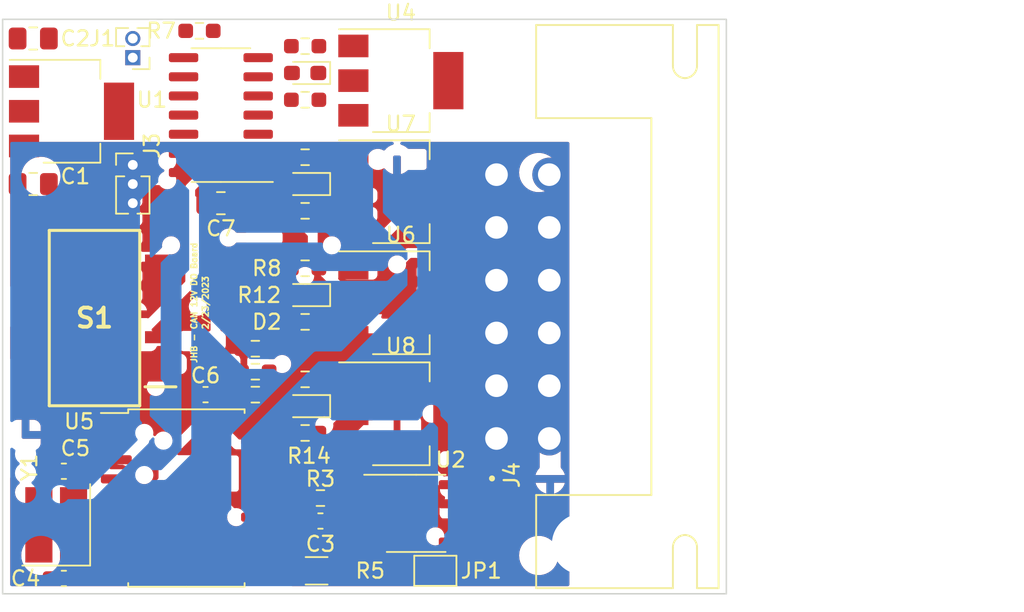
<source format=kicad_pcb>
(kicad_pcb (version 20211014) (generator pcbnew)
  (layers (0 "F.Cu" signal) (31 "B.Cu" signal) (34 "B.Paste" user) (35 "F.Paste" user) (36 "B.SilkS" user "B.Silkscreen") (37 "F.SilkS" user "F.Silkscreen") (38 "B.Mask" user) (39 "F.Mask" user) (44 "Edge.Cuts" user))
  (net 0 "")
  (net 1 "Net-(C4-Pad1)")
  (net 2 "/OUT_1")
  (net 3 "Net-(C5-Pad1)")
  (net 4 "Net-(R6-Pad2)")
  (net 5 "/UART_RX")
  (net 6 "/OUT_2")
  (net 7 "VCC")
  (net 8 "GND")
  (net 9 "+5V")
  (net 10 "/UART_TX")
  (net 12 "Net-(J1-Pad1)")
  (net 13 "Net-(R2-Pad1)")
  (net 14 "Net-(R3-Pad2)")
  (net 16 "/CS")
  (net 17 "/RESET")
  (net 20 "/CAN_H")
  (net 21 "Net-(JP1-Pad1)")
  (net 22 "/UPDI")
  (net 23 "/MOSI")
  (net 24 "/MISO")
  (net 25 "/SCK")
  (net 26 "/OUT_3")
  (net 27 "/INT")
  (net 28 "/CAN_L")
  (net 29 "/OUT_4")
  (net 30 "Net-(U2-Pad1)")
  (net 31 "Net-(U2-Pad4)")
  (net 32 "Net-(D1-Pad1)")
  (net 33 "Net-(D2-Pad1)")
  (net 34 "Net-(D3-Pad1)")
  (net 35 "Net-(D4-Pad1)")
  (net 44 "/DO_1")
  (net 45 "Net-(R8-Pad2)")
  (net 46 "Net-(R9-Pad2)")
  (net 47 "Net-(R10-Pad2)")
  (net 48 "/DO_2")
  (net 49 "/DO_3")
  (net 50 "/DO_4")
  (footprint "Package_TO_SOT_SMD:SOT-223-3_TabPin2" (layer "F.Cu") (at 147.32 88.9)
    (fp_text reference "U1" (at 5.334 -0.762) (layer "F.SilkS"))
    (fp_text value "AZ1117-5.0")
    (fp_line (start 1.91 3.41) (end 1.91 2.15) (layer "F.SilkS") (width 0.12))
    (fp_line (start -4.1 -3.41) (end 1.91 -3.41) (layer "F.SilkS") (width 0.12))
    (fp_line (start -1.85 3.41) (end 1.91 3.41) (layer "F.SilkS") (width 0.12))
    (fp_line (start 1.91 -3.41) (end 1.91 -2.15) (layer "F.SilkS") (width 0.12))
    (pad "1" smd rect (at -3.15 -2.3) (size 2 1.5) (layers "F.Cu" "F.Paste" "F.Mask") (net 8 "GND"))
    (pad "2" smd rect (at -3.15 0) (size 2 1.5) (layers "F.Cu" "F.Paste" "F.Mask") (net 9 "+5V"))
    (pad "2" smd rect (at 3.15 0) (size 2 3.8) (layers "F.Cu" "F.Paste" "F.Mask") (net 9 "+5V"))
    (pad "3" smd rect (at -3.15 2.3) (size 2 1.5) (layers "F.Cu" "F.Paste" "F.Mask") (net 7 "VCC"))
  )
  (footprint "Resistor_SMD:R_0603_1608Metric_Pad0.98x0.95mm_HandSolder" (layer "F.Cu") (at 162.814 91.948)
    (fp_text reference "R9" hide)
    (fp_text value "1K")
    (fp_line (start -0.254724 -0.5225) (end 0.254724 -0.5225) (layer "F.SilkS") (width 0.12))
    (fp_line (start -0.254724 0.5225) (end 0.254724 0.5225) (layer "F.SilkS") (width 0.12))
    (pad "1" smd roundrect (at -0.9125 0) (size 0.975 0.95) (layers "F.Cu" "F.Paste" "F.Mask") (net 26 "/OUT_3"))
    (pad "2" smd roundrect (at 0.9125 0) (size 0.975 0.95) (layers "F.Cu" "F.Paste" "F.Mask") (net 46 "Net-(R9-Pad2)"))
  )
  (footprint "219-4MSTR:SOP254P991X385-8N" (layer "F.Cu") (at 148.844 102.616 180)
    (fp_text reference "S1" (at 0 0) (layer "F.SilkS") (effects (font (size 1.27 1.27) (thickness 0.254))))
    (fp_text value "219-4MSTR" hide)
    (fp_line (start 3 -5.815) (end 3 5.815) (layer "F.SilkS") (width 0.2))
    (fp_line (start -3 -5.815) (end 3 -5.815) (layer "F.SilkS") (width 0.2))
    (fp_line (start -5.4 -4.56) (end -3.35 -4.56) (layer "F.SilkS") (width 0.2))
    (fp_line (start 3 5.815) (end -3 5.815) (layer "F.SilkS") (width 0.2))
    (fp_line (start -3 5.815) (end -3 -5.815) (layer "F.SilkS") (width 0.2))
    (pad "1" smd rect (at -4.375 -3.81 270) (size 0.8 2.05) (layers "F.Cu" "F.Paste" "F.Mask"))
    (pad "2" smd rect (at -4.375 -1.27 270) (size 0.8 2.05) (layers "F.Cu" "F.Paste" "F.Mask"))
    (pad "3" smd rect (at -4.375 1.27 270) (size 0.8 2.05) (layers "F.Cu" "F.Paste" "F.Mask"))
    (pad "4" smd rect (at -4.375 3.81 270) (size 0.8 2.05) (layers "F.Cu" "F.Paste" "F.Mask"))
    (pad "5" smd rect (at 4.375 3.81 270) (size 0.8 2.05) (layers "F.Cu" "F.Paste" "F.Mask"))
    (pad "6" smd rect (at 4.375 1.27 270) (size 0.8 2.05) (layers "F.Cu" "F.Paste" "F.Mask"))
    (pad "7" smd rect (at 4.375 -1.27 270) (size 0.8 2.05) (layers "F.Cu" "F.Paste" "F.Mask"))
    (pad "8" smd rect (at 4.375 -3.81 270) (size 0.8 2.05) (layers "F.Cu" "F.Paste" "F.Mask"))
  )
  (footprint "Crystal:Crystal_SMD_3225-4Pin_3.2x2.5mm_HandSoldering" (layer "F.Cu") (at 146.304 116.332 90)
    (fp_text reference "Y1" (at 3.81 -1.778 90) (layer "F.SilkS"))
    (fp_text value "8MHz")
    (fp_line (start -2.7 2.25) (end 2.7 2.25) (layer "F.SilkS") (width 0.12))
    (fp_line (start -2.7 -2.25) (end -2.7 2.25) (layer "F.SilkS") (width 0.12))
    (pad "1" smd rect (at -1.45 1.15 90) (size 2.1 1.8) (layers "F.Cu" "F.Paste" "F.Mask") (net 1 "Net-(C4-Pad1)"))
    (pad "2" smd rect (at 1.45 1.15 90) (size 2.1 1.8) (layers "F.Cu" "F.Paste" "F.Mask") (net 8 "GND"))
    (pad "3" smd rect (at 1.45 -1.15 90) (size 2.1 1.8) (layers "F.Cu" "F.Paste" "F.Mask") (net 3 "Net-(C5-Pad1)"))
    (pad "4" smd rect (at -1.45 -1.15 90) (size 2.1 1.8) (layers "F.Cu" "F.Paste" "F.Mask") (net 8 "GND"))
  )
  (footprint "Capacitor_SMD:C_0805_2012Metric_Pad1.18x1.45mm_HandSolder" (layer "F.Cu") (at 157.226 94.996 180)
    (fp_text reference "C7" (at 0 -1.68) (layer "F.SilkS"))
    (fp_text value "10uF")
    (fp_line (start -0.261252 -0.735) (end 0.261252 -0.735) (layer "F.SilkS") (width 0.12))
    (fp_line (start -0.261252 0.735) (end 0.261252 0.735) (layer "F.SilkS") (width 0.12))
    (pad "1" smd roundrect (at -1.0375 0 180) (size 1.175 1.45) (layers "F.Cu" "F.Paste" "F.Mask") (roundrect_rratio 0.2127659574) (net 9 "+5V"))
    (pad "2" smd roundrect (at 1.0375 0 180) (size 1.175 1.45) (layers "F.Cu" "F.Paste" "F.Mask") (roundrect_rratio 0.2127659574) (net 8 "GND"))
  )
  (footprint "Connector_PinHeader_1.27mm:PinHeader_1x02_P1.27mm_Vertical" (layer "F.Cu") (at 151.384 85.344 180)
    (fp_text reference "J1" (at 2.032 1.27) (layer "F.SilkS"))
    (fp_text value "UPDI Header")
    (fp_line (start -1.11 -0.76) (end 0 -0.76) (layer "F.SilkS") (width 0.12))
    (fp_line (start -1.11 0.76) (end -0.563471 0.76) (layer "F.SilkS") (width 0.12))
    (fp_line (start 0.30753 1.965) (end 1.11 1.965) (layer "F.SilkS") (width 0.12))
    (fp_line (start -1.11 0.76) (end -1.11 1.965) (layer "F.SilkS") (width 0.12))
    (fp_line (start -1.11 0) (end -1.11 -0.76) (layer "F.SilkS") (width 0.12))
    (fp_line (start 0.563471 0.76) (end 1.11 0.76) (layer "F.SilkS") (width 0.12))
    (fp_line (start -1.11 1.965) (end -0.30753 1.965) (layer "F.SilkS") (width 0.12))
    (fp_line (start 1.11 0.76) (end 1.11 1.965) (layer "F.SilkS") (width 0.12))
    (pad "1" thru_hole rect (at 0 0 180) (size 1 1) (drill 0.65) (layers *.Cu *.Mask) (net 12 "Net-(J1-Pad1)"))
    (pad "2" thru_hole oval (at 0 1.27 180) (size 1 1) (drill 0.65) (layers *.Cu *.Mask) (net 8 "GND"))
  )
  (footprint "Resistor_SMD:R_0603_1608Metric_Pad0.98x0.95mm_HandSolder" (layer "F.Cu") (at 162.814 84.582)
    (fp_text reference "R6" hide)
    (fp_text value "1K")
    (fp_line (start -0.254724 -0.5225) (end 0.254724 -0.5225) (layer "F.SilkS") (width 0.12))
    (fp_line (start -0.254724 0.5225) (end 0.254724 0.5225) (layer "F.SilkS") (width 0.12))
    (pad "1" smd roundrect (at -0.9125 0) (size 0.975 0.95) (layers "F.Cu" "F.Paste" "F.Mask") (net 2 "/OUT_1"))
    (pad "2" smd roundrect (at 0.9125 0) (size 0.975 0.95) (layers "F.Cu" "F.Paste" "F.Mask") (net 4 "Net-(R6-Pad2)"))
  )
  (footprint "Package_TO_SOT_SMD:SOT-223" (layer "F.Cu") (at 169.164 101.6)
    (fp_text reference "U6" (at 0 -4.5) (layer "F.SilkS"))
    (fp_text value "VNL5050N3TR-E")
    (fp_line (start 1.91 3.41) (end 1.91 2.15) (layer "F.SilkS") (width 0.12))
    (fp_line (start -1.85 3.41) (end 1.91 3.41) (layer "F.SilkS") (width 0.12))
    (fp_line (start -4.1 -3.41) (end 1.91 -3.41) (layer "F.SilkS") (width 0.12))
    (fp_line (start 1.91 -3.41) (end 1.91 -2.15) (layer "F.SilkS") (width 0.12))
    (pad "1" smd rect (at -3.15 -2.3) (size 2 1.5) (layers "F.Cu" "F.Paste" "F.Mask") (net 45 "Net-(R8-Pad2)"))
    (pad "2" smd rect (at -3.15 0) (size 2 1.5) (layers "F.Cu" "F.Paste" "F.Mask") (net 48 "/DO_2"))
    (pad "3" smd rect (at -3.15 2.3) (size 2 1.5) (layers "F.Cu" "F.Paste" "F.Mask") (net 8 "GND"))
    (pad "4" smd rect (at 3.15 0) (size 2 3.8) (layers "F.Cu" "F.Paste" "F.Mask") (net 48 "/DO_2"))
  )
  (footprint "LED_SMD:LED_0603_1608Metric_Pad1.05x0.95mm_HandSolder" (layer "F.Cu") (at 162.814 93.726 180)
    (fp_text reference "D3" hide)
    (fp_text value "LED")
    (fp_line (start -1.66 -0.735) (end -1.66 0.735) (layer "F.SilkS") (width 0.12))
    (fp_line (start -1.66 0.735) (end 0.8 0.735) (layer "F.SilkS") (width 0.12))
    (fp_line (start 0.8 -0.735) (end -1.66 -0.735) (layer "F.SilkS") (width 0.12))
    (pad "1" smd roundrect (at -0.875 0 180) (size 1.05 0.95) (layers "F.Cu" "F.Paste" "F.Mask") (net 34 "Net-(D3-Pad1)"))
    (pad "2" smd roundrect (at 0.875 0 180) (size 1.05 0.95) (layers "F.Cu" "F.Paste" "F.Mask") (net 26 "/OUT_3"))
  )
  (footprint "Resistor_SMD:R_0603_1608Metric_Pad0.98x0.95mm_HandSolder" (layer "F.Cu") (at 162.814 88.138)
    (fp_text reference "R11" hide)
    (fp_text value "150")
    (fp_line (start -0.254724 -0.5225) (end 0.254724 -0.5225) (layer "F.SilkS") (width 0.12))
    (fp_line (start -0.254724 0.5225) (end 0.254724 0.5225) (layer "F.SilkS") (width 0.12))
    (pad "1" smd roundrect (at -0.9125 0) (size 0.975 0.95) (layers "F.Cu" "F.Paste" "F.Mask") (net 8 "GND"))
    (pad "2" smd roundrect (at 0.9125 0) (size 0.975 0.95) (layers "F.Cu" "F.Paste" "F.Mask") (net 32 "Net-(D1-Pad1)"))
  )
  (footprint "LED_SMD:LED_0603_1608Metric_Pad1.05x0.95mm_HandSolder" (layer "F.Cu") (at 162.814 86.36 180)
    (fp_text reference "D1" hide)
    (fp_text value "LED")
    (fp_line (start -1.66 -0.735) (end -1.66 0.735) (layer "F.SilkS") (width 0.12))
    (fp_line (start 0.8 -0.735) (end -1.66 -0.735) (layer "F.SilkS") (width 0.12))
    (fp_line (start -1.66 0.735) (end 0.8 0.735) (layer "F.SilkS") (width 0.12))
    (pad "1" smd roundrect (at -0.875 0 180) (size 1.05 0.95) (layers "F.Cu" "F.Paste" "F.Mask") (net 32 "Net-(D1-Pad1)"))
    (pad "2" smd roundrect (at 0.875 0 180) (size 1.05 0.95) (layers "F.Cu" "F.Paste" "F.Mask") (net 2 "/OUT_1"))
  )
  (footprint "0367831201:MOLEX_0367831201" (layer "F.Cu") (at 181.208 101.854 90)
    (fp_text reference "J4" (at -11.176 -4.678 90) (layer "F.SilkS"))
    (fp_text value "0367831201")
    (fp_line (start 12.5 4.57) (end 12.5 -3.07) (layer "F.SilkS") (width 0.127))
    (fp_line (start 18.675 -3.07) (end 18.675 6) (layer "F.SilkS") (width 0.127))
    (fp_line (start 18.675 9.03) (end 15.65 9.03) (layer "F.SilkS") (width 0.127))
    (fp_line (start -18.675 9.03) (end -18.675 7.6) (layer "F.SilkS") (width 0.127))
    (fp_line (start 12.5 -3.07) (end 18.675 -3.07) (layer "F.SilkS") (width 0.127))
    (fp_line (start 18.675 6) (end 16 6) (layer "F.SilkS") (width 0.127))
    (fp_line (start -12.5 4.57) (end 12.5 4.57) (layer "F.SilkS") (width 0.127))
    (fp_line (start -15.65 9.03) (end -18.675 9.03) (layer "F.SilkS") (width 0.127))
    (fp_line (start -12.5 -3.07) (end -12.5 4.57) (layer "F.SilkS") (width 0.127))
    (fp_line (start -18.675 -3.07) (end -12.5 -3.07) (layer "F.SilkS") (width 0.127))
    (fp_line (start -16 6) (end -18.675 6) (layer "F.SilkS") (width 0.127))
    (fp_line (start -18.675 6) (end -18.675 -3.07) (layer "F.SilkS") (width 0.127))
    (fp_line (start 16 7.6) (end 18.675 7.6) (layer "F.SilkS") (width 0.127))
    (fp_line (start -18.675 7.6) (end -16 7.6) (layer "F.SilkS") (width 0.127))
    (fp_line (start 15.65 9.03) (end -15.65 9.03) (layer "F.SilkS") (width 0.127))
    (fp_line (start 18.675 7.6) (end 18.675 9.03) (layer "F.SilkS") (width 0.127))
    (fp_arc (start 15.15 6.8) (mid 15.409315 6.223959) (end 16 6) (layer "F.SilkS") (width 0.127))
    (fp_arc (start -15.15 6.8) (mid -15.409315 7.376041) (end -16 7.6) (layer "F.SilkS") (width 0.127))
    (fp_arc (start -16 6) (mid -15.409315 6.223959) (end -15.15 6.8) (layer "F.SilkS") (width 0.127))
    (fp_arc (start 16 7.6) (mid 15.409315 7.376041) (end 15.15 6.8) (layer "F.SilkS") (width 0.127))
    (fp_circle (center -11.4 -6) (end -11.3 -6) (layer "F.SilkS") (width 0.2) (fill none))
    (pad "" np_thru_hole circle (at 15.75 0 90) (size 4.05 4.05) (drill 4.05) (layers *.Cu *.Mask))
    (pad "" np_thru_hole circle (at -15.75 0 90) (size 4.05 4.05) (drill 4.05) (layers *.Cu *.Mask))
    (pad "1" thru_hole rect (at -8.75 -5.7 90) (size 2.25 2.25) (drill 1.5) (layers *.Cu *.Mask) (net 7 "VCC"))
    (pad "2" thru_hole circle (at -5.25 -5.7 90) (size 2.25 2.25) (drill 1.5) (layers *.Cu *.Mask) (net 7 "VCC"))
    (pad "3" thru_hole circle (at -1.75 -5.7 90) (size 2.25 2.25) (drill 1.5) (layers *.Cu *.Mask) (net 7 "VCC"))
    (pad "4" thru_hole circle (at 1.75 -5.7 90) (size 2.25 2.25) (drill 1.5) (layers *.Cu *.Mask) (net 8 "GND"))
    (pad "5" thru_hole circle (at 5.25 -5.7 90) (size 2.25 2.25) (drill 1.5) (layers *.Cu *.Mask) (net 8 "GND"))
    (pad "6" thru_hole circle (at 8.75 -5.7 90) (size 2.25 2.25) (drill 1.5) (layers *.Cu *.Mask) (net 8 "GND"))
    (pad "7" thru_hole circle (at -8.75 -2.2 90) (size 2.25 2.25) (drill 1.5) (layers *.Cu *.Mask) (net 44 "/DO_1"))
    (pad "8" thru_hole circle (at -5.25 -2.2 90) (size 2.25 2.25) (drill 1.5) (layers *.Cu *.Mask) (net 48 "/DO_2"))
    (pad "9" thru_hole circle (at -1.75 -2.2 90) (size 2.25 2.25) (drill 1.5) (layers *.Cu *.Mask) (net 49 "/DO_3"))
    (pad "10" thru_hole circle (at 1.75 -2.2 90) (size 2.25 2.25) (drill 1.5) (layers *.Cu *.Mask) (net 50 "/DO_4"))
    (pad "11" thru_hole circle (at 5.25 -2.2 90) (size 2.25 2.25) (drill 1.5) (layers *.Cu *.Mask) (net 20 "/CAN_H"))
    (pad "12" thru_hole circle (at 8.75 -2.2 90) (size 2.25 2.25) (drill 1.5) (layers *.Cu *.Mask) (net 28 "/CAN_L"))
  )
  (footprint "Package_TO_SOT_SMD:SOT-223" (layer "F.Cu") (at 169.164 86.868)
    (fp_text reference "U4" (at 0 -4.5) (layer "F.SilkS"))
    (fp_text value "VNL5050N3TR-E")
    (fp_line (start 1.91 3.41) (end 1.91 2.15) (layer "F.SilkS") (width 0.12))
    (fp_line (start -1.85 3.41) (end 1.91 3.41) (layer "F.SilkS") (width 0.12))
    (fp_line (start -4.1 -3.41) (end 1.91 -3.41) (layer "F.SilkS") (width 0.12))
    (fp_line (start 1.91 -3.41) (end 1.91 -2.15) (layer "F.SilkS") (width 0.12))
    (pad "1" smd rect (at -3.15 -2.3) (size 2 1.5) (layers "F.Cu" "F.Paste" "F.Mask") (net 4 "Net-(R6-Pad2)"))
    (pad "2" smd rect (at -3.15 0) (size 2 1.5) (layers "F.Cu" "F.Paste" "F.Mask") (net 44 "/DO_1"))
    (pad "3" smd rect (at -3.15 2.3) (size 2 1.5) (layers "F.Cu" "F.Paste" "F.Mask") (net 8 "GND"))
    (pad "4" smd rect (at 3.15 0) (size 2 3.8) (layers "F.Cu" "F.Paste" "F.Mask") (net 44 "/DO_1"))
  )
  (footprint "Resistor_SMD:R_0603_1608Metric_Pad0.98x0.95mm_HandSolder" (layer "F.Cu") (at 155.8055 83.566)
    (fp_text reference "R7" (at -2.54 0) (layer "F.SilkS"))
    (fp_text value "4.7K")
    (fp_line (start -0.254724 -0.5225) (end 0.254724 -0.5225) (layer "F.SilkS") (width 0.12))
    (fp_line (start -0.254724 0.5225) (end 0.254724 0.5225) (layer "F.SilkS") (width 0.12))
    (pad "1" smd roundrect (at -0.9125 0) (size 0.975 0.95) (layers "F.Cu" "F.Paste" "F.Mask") (net 12 "Net-(J1-Pad1)"))
    (pad "2" smd roundrect (at 0.9125 0) (size 0.975 0.95) (layers "F.Cu" "F.Paste" "F.Mask") (net 22 "/UPDI"))
  )
  (footprint "Resistor_SMD:R_0603_1608Metric_Pad0.98x0.95mm_HandSolder" (layer "F.Cu") (at 162.814 99.314)
    (fp_text reference "R8" (at -2.54 0) (layer "F.SilkS"))
    (fp_text value "1K")
    (fp_line (start -0.254724 -0.5225) (end 0.254724 -0.5225) (layer "F.SilkS") (width 0.12))
    (fp_line (start -0.254724 0.5225) (end 0.254724 0.5225) (layer "F.SilkS") (width 0.12))
    (pad "1" smd roundrect (at -0.9125 0) (size 0.975 0.95) (layers "F.Cu" "F.Paste" "F.Mask") (net 6 "/OUT_2"))
    (pad "2" smd roundrect (at 0.9125 0) (size 0.975 0.95) (layers "F.Cu" "F.Paste" "F.Mask") (net 45 "Net-(R8-Pad2)"))
  )
  (footprint "Resistor_SMD:R_0603_1608Metric_Pad0.98x0.95mm_HandSolder" (layer "F.Cu") (at 159.512 104.648)
    (fp_text reference "R2" hide)
    (fp_text value "100K")
    (fp_line (start -0.254724 -0.5225) (end 0.254724 -0.5225) (layer "F.SilkS") (width 0.12))
    (fp_line (start -0.254724 0.5225) (end 0.254724 0.5225) (layer "F.SilkS") (width 0.12))
    (pad "1" smd roundrect (at -0.9125 0) (size 0.975 0.95) (layers "F.Cu" "F.Paste" "F.Mask") (net 13 "Net-(R2-Pad1)"))
    (pad "2" smd roundrect (at 0.9125 0) (size 0.975 0.95) (layers "F.Cu" "F.Paste" "F.Mask") (net 9 "+5V"))
  )
  (footprint "Package_SO:SOIC-18W_7.5x11.6mm_P1.27mm" (layer "F.Cu") (at 154.94 114.554)
    (fp_text reference "U5" (at -7.112 -5.08) (layer "F.SilkS"))
    (fp_text value "MCP2515-xSO")
    (fp_line (start 0 5.885) (end -3.86 5.885) (layer "F.SilkS") (width 0.12))
    (fp_line (start 0 5.885) (end 3.86 5.885) (layer "F.SilkS") (width 0.12))
    (fp_line (start -3.86 -5.885) (end -3.86 -5.64) (layer "F.SilkS") (width 0.12))
    (fp_line (start -3.86 -5.64) (end -5.675 -5.64) (layer "F.SilkS") (width 0.12))
    (fp_line (start 0 -5.885) (end 3.86 -5.885) (layer "F.SilkS") (width 0.12))
    (fp_line (start -3.86 5.885) (end -3.86 5.64) (layer "F.SilkS") (width 0.12))
    (fp_line (start 3.86 -5.885) (end 3.86 -5.64) (layer "F.SilkS") (width 0.12))
    (fp_line (start 3.86 5.885) (end 3.86 5.64) (layer "F.SilkS") (width 0.12))
    (fp_line (start 0 -5.885) (end -3.86 -5.885) (layer "F.SilkS") (width 0.12))
    (pad "1" smd roundrect (at -4.65 -5.08) (size 2.05 0.6) (layers "F.Cu" "F.Paste" "F.Mask") (net 30 "Net-(U2-Pad1)"))
    (pad "2" smd roundrect (at -4.65 -3.81) (size 2.05 0.6) (layers "F.Cu" "F.Paste" "F.Mask") (net 31 "Net-(U2-Pad4)"))
    (pad "3" smd roundrect (at -4.65 -2.54) (size 2.05 0.6) (layers "F.Cu" "F.Paste" "F.Mask"))
    (pad "4" smd roundrect (at -4.65 -1.27) (size 2.05 0.6) (layers "F.Cu" "F.Paste" "F.Mask") (net 13 "Net-(R2-Pad1)"))
    (pad "5" smd roundrect (at -4.65 0) (size 2.05 0.6) (layers "F.Cu" "F.Paste" "F.Mask") (net 13 "Net-(R2-Pad1)"))
    (pad "6" smd roundrect (at -4.65 1.27) (size 2.05 0.6) (layers "F.Cu" "F.Paste" "F.Mask") (net 13 "Net-(R2-Pad1)"))
    (pad "7" smd roundrect (at -4.65 2.54) (size 2.05 0.6) (layers "F.Cu" "F.Paste" "F.Mask") (net 3 "Net-(C5-Pad1)"))
    (pad "8" smd roundrect (at -4.65 3.81) (size 2.05 0.6) (layers "F.Cu" "F.Paste" "F.Mask") (net 1 "Net-(C4-Pad1)"))
    (pad "9" smd roundrect (at -4.65 5.08) (size 2.05 0.6) (layers "F.Cu" "F.Paste" "F.Mask") (net 8 "GND"))
    (pad "10" smd roundrect (at 4.65 5.08) (size 2.05 0.6) (layers "F.Cu" "F.Paste" "F.Mask"))
    (pad "11" smd roundrect (at 4.65 3.81) (size 2.05 0.6) (layers "F.Cu" "F.Paste" "F.Mask"))
    (pad "12" smd roundrect (at 4.65 2.54) (size 2.05 0.6) (layers "F.Cu" "F.Paste" "F.Mask") (net 27 "/INT"))
    (pad "13" smd roundrect (at 4.65 1.27) (size 2.05 0.6) (layers "F.Cu" "F.Paste" "F.Mask") (net 25 "/SCK"))
    (pad "14" smd roundrect (at 4.65 0) (size 2.05 0.6) (layers "F.Cu" "F.Paste" "F.Mask") (net 23 "/MOSI"))
    (pad "15" smd roundrect (at 4.65 -1.27) (size 2.05 0.6) (layers "F.Cu" "F.Paste" "F.Mask") (net 24 "/MISO"))
    (pad "16" smd roundrect (at 4.65 -2.54) (size 2.05 0.6) (layers "F.Cu" "F.Paste" "F.Mask") (net 16 "/CS"))
    (pad "17" smd roundrect (at 4.65 -3.81) (size 2.05 0.6) (layers "F.Cu" "F.Paste" "F.Mask") (net 17 "/RESET"))
    (pad "18" smd roundrect (at 4.65 -5.08) (size 2.05 0.6) (layers "F.Cu" "F.Paste" "F.Mask") (net 9 "+5V"))
  )
  (footprint "Resistor_SMD:R_0603_1608Metric_Pad0.98x0.95mm_HandSolder" (layer "F.Cu") (at 162.814 110.236)
    (fp_text reference "R14" (at 0.254 1.524) (layer "F.SilkS"))
    (fp_text value "150")
    (fp_line (start -0.254724 -0.5225) (end 0.254724 -0.5225) (layer "F.SilkS") (width 0.12))
    (fp_line (start -0.254724 0.5225) (end 0.254724 0.5225) (layer "F.SilkS") (width 0.12))
    (pad "1" smd roundrect (at -0.9125 0) (size 0.975 0.95) (layers "F.Cu" "F.Paste" "F.Mask") (net 8 "GND"))
    (pad "2" smd roundrect (at 0.9125 0) (size 0.975 0.95) (layers "F.Cu" "F.Paste" "F.Mask") (net 35 "Net-(D4-Pad1)"))
  )
  (footprint "Package_SO:SOIC-14_3.9x8.7mm_P1.27mm" (layer "F.Cu") (at 157.226 89.154 180)
    (fp_text reference "U3" hide)
    (fp_text value "ATtiny414-SS")
    (fp_line (start 0 4.435) (end 1.95 4.435) (layer "F.SilkS") (width 0.12))
    (fp_line (start 0 4.435) (end -1.95 4.435) (layer "F.SilkS") (width 0.12))
    (fp_line (start 0 -4.435) (end 1.95 -4.435) (layer "F.SilkS") (width 0.12))
    (fp_line (start 0 -4.435) (end -3.45 -4.435) (layer "F.SilkS") (width 0.12))
    (pad "1" smd roundrect (at -2.475 -3.81 180) (size 1.95 0.6) (layers "F.Cu" "F.Paste" "F.Mask") (net 9 "+5V"))
    (pad "2" smd roundrect (at -2.475 -2.54 180) (size 1.95 0.6) (layers "F.Cu" "F.Paste" "F.Mask") (net 6 "/OUT_2"))
    (pad "3" smd roundrect (at -2.475 -1.27 180) (size 1.95 0.6) (layers "F.Cu" "F.Paste" "F.Mask") (net 26 "/OUT_3"))
    (pad "4" smd roundrect (at -2.475 0 180) (size 1.95 0.6) (layers "F.Cu" "F.Paste" "F.Mask") (net 27 "/INT"))
    (pad "5" smd roundrect (at -2.475 1.27 180) (size 1.95 0.6) (layers "F.Cu" "F.Paste" "F.Mask") (net 29 "/OUT_4"))
    (pad "6" smd roundrect (at -2.475 2.54 180) (size 1.95 0.6) (layers "F.Cu" "F.Paste" "F.Mask") (net 5 "/UART_RX"))
    (pad "7" smd roundrect (at -2.475 3.81 180) (size 1.95 0.6) (layers "F.Cu" "F.Paste" "F.Mask") (net 10 "/UART_TX"))
    (pad "8" smd roundrect (at 2.475 3.81 180) (size 1.95 0.6) (layers "F.Cu" "F.Paste" "F.Mask") (net 2 "/OUT_1"))
    (pad "9" smd roundrect (at 2.475 2.54 180) (size 1.95 0.6) (layers "F.Cu" "F.Paste" "F.Mask") (net 16 "/CS"))
    (pad "10" smd roundrect (at 2.475 1.27 180) (size 1.95 0.6) (layers "F.Cu" "F.Paste" "F.Mask") (net 22 "/UPDI"))
    (pad "11" smd roundrect (at 2.475 0 180) (size 1.95 0.6) (layers "F.Cu" "F.Paste" "F.Mask") (net 23 "/MOSI"))
    (pad "12" smd roundrect (at 2.475 -1.27 180) (size 1.95 0.6) (layers "F.Cu" "F.Paste" "F.Mask") (net 24 "/MISO"))
    (pad "13" smd roundrect (at 2.475 -2.54 180) (size 1.95 0.6) (layers "F.Cu" "F.Paste" "F.Mask") (net 25 "/SCK"))
    (pad "14" smd roundrect (at 2.475 -3.81 180) (size 1.95 0.6) (layers "F.Cu" "F.Paste" "F.Mask") (net 8 "GND"))
  )
  (footprint "Resistor_SMD:R_0603_1608Metric_Pad0.98x0.95mm_HandSolder" (layer "F.Cu") (at 159.512 106.172 180)
    (fp_text reference "R1" hide)
    (fp_text value "100K")
    (fp_line (start -0.254724 0.5225) (end 0.254724 0.5225) (layer "F.SilkS") (width 0.12))
    (fp_line (start -0.254724 -0.5225) (end 0.254724 -0.5225) (layer "F.SilkS") (width 0.12))
    (pad "1" smd roundrect (at -0.9125 0 180) (size 0.975 0.95) (layers "F.Cu" "F.Paste" "F.Mask") (net 16 "/CS"))
    (pad "2" smd roundrect (at 0.9125 0 180) (size 0.975 0.95) (layers "F.Cu" "F.Paste" "F.Mask") (net 9 "+5V"))
  )
  (footprint "Capacitor_SMD:C_0603_1608Metric_Pad1.08x0.95mm_HandSolder" (layer "F.Cu") (at 146.812 119.888 180)
    (fp_text reference "C4" (at 2.54 0) (layer "F.SilkS"))
    (fp_text value "22pF")
    (fp_line (start -0.146267 0.51) (end 0.146267 0.51) (layer "F.SilkS") (width 0.12))
    (fp_line (start -0.146267 -0.51) (end 0.146267 -0.51) (layer "F.SilkS") (width 0.12))
    (pad "1" smd roundrect (at -0.8625 0 180) (size 1.075 0.95) (layers "F.Cu" "F.Paste" "F.Mask") (net 1 "Net-(C4-Pad1)"))
    (pad "2" smd roundrect (at 0.8625 0 180) (size 1.075 0.95) (layers "F.Cu" "F.Paste" "F.Mask") (net 8 "GND"))
  )
  (footprint "Package_TO_SOT_SMD:SOT-223" (layer "F.Cu") (at 169.164 108.966)
    (fp_text reference "U8" (at 0 -4.5) (layer "F.SilkS"))
    (fp_text value "VNL5050N3TR-E")
    (fp_line (start 1.91 3.41) (end 1.91 2.15) (layer "F.SilkS") (width 0.12))
    (fp_line (start 1.91 -3.41) (end 1.91 -2.15) (layer "F.SilkS") (width 0.12))
    (fp_line (start -1.85 3.41) (end 1.91 3.41) (layer "F.SilkS") (width 0.12))
    (fp_line (start -4.1 -3.41) (end 1.91 -3.41) (layer "F.SilkS") (width 0.12))
    (pad "1" smd rect (at -3.15 -2.3) (size 2 1.5) (layers "F.Cu" "F.Paste" "F.Mask") (net 47 "Net-(R10-Pad2)"))
    (pad "2" smd rect (at -3.15 0) (size 2 1.5) (layers "F.Cu" "F.Paste" "F.Mask") (net 50 "/DO_4"))
    (pad "3" smd rect (at -3.15 2.3) (size 2 1.5) (layers "F.Cu" "F.Paste" "F.Mask") (net 8 "GND"))
    (pad "4" smd rect (at 3.15 0) (size 2 3.8) (layers "F.Cu" "F.Paste" "F.Mask") (net 50 "/DO_4"))
  )
  (footprint "Resistor_SMD:R_0603_1608Metric_Pad0.98x0.95mm_HandSolder" (layer "F.Cu") (at 163.83 114.554)
    (fp_text reference "R3" (at 0 -1.27) (layer "F.SilkS"))
    (fp_text value "4.7K")
    (fp_line (start -0.254724 0.5225) (end 0.254724 0.5225) (layer "F.SilkS") (width 0.12))
    (fp_line (start -0.254724 -0.5225) (end 0.254724 -0.5225) (layer "F.SilkS") (width 0.12))
    (pad "1" smd roundrect (at -0.9125 0) (size 0.975 0.95) (layers "F.Cu" "F.Paste" "F.Mask") (net 8 "GND"))
    (pad "2" smd roundrect (at 0.9125 0) (size 0.975 0.95) (layers "F.Cu" "F.Paste" "F.Mask") (net 14 "Net-(R3-Pad2)"))
  )
  (footprint "Connector_PinHeader_1.27mm:PinHeader_1x03_P1.27mm_Vertical" (layer "F.Cu") (at 151.384 92.456)
    (fp_text reference "J3" (at 1.27 -1.27 90) (layer "F.SilkS"))
    (fp_text value "UART Header")
    (fp_line (start -1.11 0.76) (end -0.563471 0.76) (layer "F.SilkS") (width 0.12))
    (fp_line (start 1.11 0.76) (end 1.11 3.235) (layer "F.SilkS") (width 0.12))
    (fp_line (start 0.30753 3.235) (end 1.11 3.235) (layer "F.SilkS") (width 0.12))
    (fp_line (start 0.563471 0.76) (end 1.11 0.76) (layer "F.SilkS") (width 0.12))
    (fp_line (start -1.11 0.76) (end -1.11 3.235) (layer "F.SilkS") (width 0.12))
    (fp_line (start -1.11 -0.76) (end 0 -0.76) (layer "F.SilkS") (width 0.12))
    (fp_line (start -1.11 0) (end -1.11 -0.76) (layer "F.SilkS") (width 0.12))
    (fp_line (start -1.11 3.235) (end -0.30753 3.235) (layer "F.SilkS") (width 0.12))
    (pad "1" thru_hole rect (at 0 0) (size 1 1) (drill 0.65) (layers *.Cu *.Mask) (net 8 "GND"))
    (pad "2" thru_hole oval (at 0 1.27) (size 1 1) (drill 0.65) (layers *.Cu *.Mask) (net 5 "/UART_RX"))
    (pad "3" thru_hole oval (at 0 2.54) (size 1 1) (drill 0.65) (layers *.Cu *.Mask) (net 10 "/UART_TX"))
  )
  (footprint "Capacitor_SMD:C_0603_1608Metric_Pad1.08x0.95mm_HandSolder" (layer "F.Cu") (at 156.21 107.696 180)
    (fp_text reference "C6" (at 0 1.27) (layer "F.SilkS"))
    (fp_text value "100nF")
    (fp_line (start -0.146267 0.51) (end 0.146267 0.51) (layer "F.SilkS") (width 0.12))
    (fp_line (start -0.146267 -0.51) (end 0.146267 -0.51) (layer "F.SilkS") (width 0.12))
    (pad "1" smd roundrect (at -0.8625 0 180) (size 1.075 0.95) (layers "F.Cu" "F.Paste" "F.Mask") (net 9 "+5V"))
    (pad "2" smd roundrect (at 0.8625 0 180) (size 1.075 0.95) (layers "F.Cu" "F.Paste" "F.Mask") (net 8 "GND"))
  )
  (footprint "LED_SMD:LED_0603_1608Metric_Pad1.05x0.95mm_HandSolder" (layer "F.Cu") (at 162.814 108.458 180)
    (fp_text reference "D4" hide)
    (fp_text value "LED")
    (fp_line (start -1.66 -0.735) (end -1.66 0.735) (layer "F.SilkS") (width 0.12))
    (fp_line (start 0.8 -0.735) (end -1.66 -0.735) (layer "F.SilkS") (width 0.12))
    (fp_line (start -1.66 0.735) (end 0.8 0.735) (layer "F.SilkS") (width 0.12))
    (pad "1" smd roundrect (at -0.875 0 180) (size 1.05 0.95) (layers "F.Cu" "F.Paste" "F.Mask") (net 35 "Net-(D4-Pad1)"))
    (pad "2" smd roundrect (at 0.875 0 180) (size 1.05 0.95) (layers "F.Cu" "F.Paste" "F.Mask") (net 29 "/OUT_4"))
  )
  (footprint "Resistor_SMD:R_0603_1608Metric_Pad0.98x0.95mm_HandSolder" (layer "F.Cu") (at 159.512 107.696 180)
    (fp_text reference "R4" hide)
    (fp_text value "100K")
    (fp_line (start -0.254724 0.5225) (end 0.254724 0.5225) (layer "F.SilkS") (width 0.12))
    (fp_line (start -0.254724 -0.5225) (end 0.254724 -0.5225) (layer "F.SilkS") (width 0.12))
    (pad "1" smd roundrect (at -0.9125 0 180) (size 0.975 0.95) (layers "F.Cu" "F.Paste" "F.Mask") (net 17 "/RESET"))
    (pad "2" smd roundrect (at 0.9125 0 180) (size 0.975 0.95) (layers "F.Cu" "F.Paste" "F.Mask") (net 9 "+5V"))
  )
  (footprint "Capacitor_SMD:C_0603_1608Metric_Pad1.08x0.95mm_HandSolder" (layer "F.Cu") (at 146.812 112.776)
    (fp_text reference "C5" (at 0.762 -1.524) (layer "F.SilkS"))
    (fp_text value "22pF")
    (fp_line (start -0.146267 0.51) (end 0.146267 0.51) (layer "F.SilkS") (width 0.12))
    (fp_line (start -0.146267 -0.51) (end 0.146267 -0.51) (layer "F.SilkS") (width 0.12))
    (pad "1" smd roundrect (at -0.8625 0) (size 1.075 0.95) (layers "F.Cu" "F.Paste" "F.Mask") (net 3 "Net-(C5-Pad1)"))
    (pad "2" smd roundrect (at 0.8625 0) (size 1.075 0.95) (layers "F.Cu" "F.Paste" "F.Mask") (net 8 "GND"))
  )
  (footprint "Capacitor_SMD:C_0805_2012Metric_Pad1.18x1.45mm_HandSolder" (layer "F.Cu") (at 144.78 84.074)
    (fp_text reference "C2" (at 2.794 0) (layer "F.SilkS"))
    (fp_text value "22uF")
    (fp_line (start -0.261252 -0.735) (end 0.261252 -0.735) (layer "F.SilkS") (width 0.12))
    (fp_line (start -0.261252 0.735) (end 0.261252 0.735) (layer "F.SilkS") (width 0.12))
    (pad "1" smd roundrect (at -1.0375 0) (size 1.175 1.45) (layers "F.Cu" "F.Paste" "F.Mask") (roundrect_rratio 0.2127659574) (net 9 "+5V"))
    (pad "2" smd roundrect (at 1.0375 0) (size 1.175 1.45) (layers "F.Cu" "F.Paste" "F.Mask") (roundrect_rratio 0.2127659574) (net 8 "GND"))
  )
  (footprint "Resistor_SMD:R_0603_1608Metric_Pad0.98x0.95mm_HandSolder" (layer "F.Cu") (at 162.814 106.68)
    (fp_text reference "R10" hide)
    (fp_text value "1K")
    (fp_line (start -0.254724 0.5225) (end 0.254724 0.5225) (layer "F.SilkS") (width 0.12))
    (fp_line (start -0.254724 -0.5225) (end 0.254724 -0.5225) (layer "F.SilkS") (width 0.12))
    (pad "1" smd roundrect (at -0.9125 0) (size 0.975 0.95) (layers "F.Cu" "F.Paste" "F.Mask") (net 29 "/OUT_4"))
    (pad "2" smd roundrect (at 0.9125 0) (size 0.975 0.95) (layers "F.Cu" "F.Paste" "F.Mask") (net 47 "Net-(R10-Pad2)"))
  )
  (footprint "Capacitor_SMD:C_0805_2012Metric_Pad1.18x1.45mm_HandSolder" (layer "F.Cu") (at 144.78 93.726)
    (fp_text reference "C1" (at 2.794 -0.508) (layer "F.SilkS"))
    (fp_text value "10uF")
    (fp_line (start -0.261252 -0.735) (end 0.261252 -0.735) (layer "F.SilkS") (width 0.12))
    (fp_line (start -0.261252 0.735) (end 0.261252 0.735) (layer "F.SilkS") (width 0.12))
    (pad "1" smd roundrect (at -1.0375 0) (size 1.175 1.45) (layers "F.Cu" "F.Paste" "F.Mask") (roundrect_rratio 0.2127659574) (net 7 "VCC"))
    (pad "2" smd roundrect (at 1.0375 0) (size 1.175 1.45) (layers "F.Cu" "F.Paste" "F.Mask") (roundrect_rratio 0.2127659574) (net 8 "GND"))
  )
  (footprint "Package_SO:SOIC-8_3.9x4.9mm_P1.27mm" (layer "F.Cu") (at 170.18 115.57)
    (fp_text reference "U2" (at 2.286 -3.556) (layer "F.SilkS"))
    (fp_text value "MCP2551-I-SN")
    (fp_line (start 0 -2.56) (end 1.95 -2.56) (layer "F.SilkS") (width 0.12))
    (fp_line (start 0 2.56) (end -1.95 2.56) (layer "F.SilkS") (width 0.12))
    (fp_line (start 0 2.56) (end 1.95 2.56) (layer "F.SilkS") (width 0.12))
    (fp_line (start 0 -2.56) (end -3.45 -2.56) (layer "F.SilkS") (width 0.12))
    (pad "1" smd roundrect (at -2.475 -1.905) (size 1.95 0.6) (layers "F.Cu" "F.Paste" "F.Mask") (net 30 "Net-(U2-Pad1)"))
    (pad "2" smd roundrect (at -2.475 -0.635) (size 1.95 0.6) (layers "F.Cu" "F.Paste" "F.Mask") (net 8 "GND"))
    (pad "3" smd roundrect (at -2.475 0.635) (size 1.95 0.6) (layers "F.Cu" "F.Paste" "F.Mask") (net 9 "+5V"))
    (pad "4" smd roundrect (at -2.475 1.905) (size 1.95 0.6) (layers "F.Cu" "F.Paste" "F.Mask") (net 31 "Net-(U2-Pad4)"))
    (pad "5" smd roundrect (at 2.475 1.905) (size 1.95 0.6) (layers "F.Cu" "F.Paste" "F.Mask"))
    (pad "6" smd roundrect (at 2.475 0.635) (size 1.95 0.6) (layers "F.Cu" "F.Paste" "F.Mask") (net 28 "/CAN_L"))
    (pad "7" smd roundrect (at 2.475 -0.635) (size 1.95 0.6) (layers "F.Cu" "F.Paste" "F.Mask") (net 20 "/CAN_H"))
    (pad "8" smd roundrect (at 2.475 -1.905) (size 1.95 0.6) (layers "F.Cu" "F.Paste" "F.Mask") (net 14 "Net-(R3-Pad2)"))
  )
  (footprint "LED_SMD:LED_0603_1608Metric_Pad1.05x0.95mm_HandSolder" (layer "F.Cu") (at 162.814 101.092 180)
    (fp_text reference "D2" (at 2.54 -1.778) (layer "F.SilkS"))
    (fp_text value "LED")
    (fp_line (start -1.66 0.735) (end 0.8 0.735) (layer "F.SilkS") (width 0.12))
    (fp_line (start 0.8 -0.735) (end -1.66 -0.735) (layer "F.SilkS") (width 0.12))
    (fp_line (start -1.66 -0.735) (end -1.66 0.735) (layer "F.SilkS") (width 0.12))
    (pad "1" smd roundrect (at -0.875 0 180) (size 1.05 0.95) (layers "F.Cu" "F.Paste" "F.Mask") (net 33 "Net-(D2-Pad1)"))
    (pad "2" smd roundrect (at 0.875 0 180) (size 1.05 0.95) (layers "F.Cu" "F.Paste" "F.Mask") (net 6 "/OUT_2"))
  )
  (footprint "Jumper:SolderJumper-2_P1.3mm_Open_TrianglePad1.0x1.5mm" (layer "F.Cu") (at 171.45 119.38)
    (fp_text reference "JP1" (at 3.048 0) (layer "F.SilkS"))
    (fp_text value "SolderJumper_2_Open")
    (fp_line (start 1.4 -1) (end 1.4 1) (layer "F.SilkS") (width 0.12))
    (fp_line (start 1.4 1) (end -1.4 1) (layer "F.SilkS") (width 0.12))
    (fp_line (start -1.4 -1) (end 1.4 -1) (layer "F.SilkS") (width 0.12))
    (fp_line (start -1.4 1) (end -1.4 -1) (layer "F.SilkS") (width 0.12))
    (pad "1" smd custom (at -0.725 0) (size 0.3 0.3) (layers "F.Cu" "F.Mask") (net 21 "Net-(JP1-Pad1)") (options (clearance outline) (anchor rect)) (primitives (gr_poly (pts (xy 1 0) (xy 0.5 0.75) (xy -0.5 0.75) (xy -0.5 -0.75) (xy 0.5 -0.75)) (width 0) (fill yes))))
    (pad "2" smd custom (at 0.725 0) (size 0.3 0.3) (layers "F.Cu" "F.Mask") (net 28 "/CAN_L") (options (clearance outline) (anchor rect)) (primitives (gr_poly (pts (xy 0.5 0.75) (xy -0.65 0.75) (xy -0.15 0) (xy -0.65 -0.75) (xy 0.5 -0.75)) (width 0) (fill yes))))
  )
  (footprint "Resistor_SMD:R_0603_1608Metric_Pad0.98x0.95mm_HandSolder" (layer "F.Cu") (at 162.814 102.87)
    (fp_text reference "R12" (at -3.048 -1.778) (layer "F.SilkS"))
    (fp_text value "150")
    (fp_line (start -0.254724 -0.5225) (end 0.254724 -0.5225) (layer "F.SilkS") (width 0.12))
    (fp_line (start -0.254724 0.5225) (end 0.254724 0.5225) (layer "F.SilkS") (width 0.12))
    (pad "1" smd roundrect (at -0.9125 0) (size 0.975 0.95) (layers "F.Cu" "F.Paste" "F.Mask") (net 8 "GND"))
    (pad "2" smd roundrect (at 0.9125 0) (size 0.975 0.95) (layers "F.Cu" "F.Paste" "F.Mask") (net 33 "Net-(D2-Pad1)"))
  )
  (footprint "Resistor_SMD:R_1206_3216Metric_Pad1.30x1.75mm_HandSolder" (layer "F.Cu") (at 163.576 119.38)
    (fp_text reference "R5" (at 3.556 0) (layer "F.SilkS"))
    (fp_text value "120")
    (fp_line (start -0.727064 0.91) (end 0.727064 0.91) (layer "F.SilkS") (width 0.12))
    (fp_line (start -0.727064 -0.91) (end 0.727064 -0.91) (layer "F.SilkS") (width 0.12))
    (pad "1" smd roundrect (at -1.55 0) (size 1.3 1.75) (layers "F.Cu" "F.Paste" "F.Mask") (roundrect_rratio 0.1923076923) (net 20 "/CAN_H"))
    (pad "2" smd roundrect (at 1.55 0) (size 1.3 1.75) (layers "F.Cu" "F.Paste" "F.Mask") (roundrect_rratio 0.1923076923) (net 21 "Net-(JP1-Pad1)"))
  )
  (footprint "Package_TO_SOT_SMD:SOT-223" (layer "F.Cu") (at 169.164 94.234)
    (fp_text reference "U7" (at 0 -4.5) (layer "F.SilkS"))
    (fp_text value "VNL5050N3TR-E")
    (fp_line (start 1.91 -3.41) (end 1.91 -2.15) (layer "F.SilkS") (width 0.12))
    (fp_line (start -4.1 -3.41) (end 1.91 -3.41) (layer "F.SilkS") (width 0.12))
    (fp_line (start 1.91 3.41) (end 1.91 2.15) (layer "F.SilkS") (width 0.12))
    (fp_line (start -1.85 3.41) (end 1.91 3.41) (layer "F.SilkS") (width 0.12))
    (pad "1" smd rect (at -3.15 -2.3) (size 2 1.5) (layers "F.Cu" "F.Paste" "F.Mask") (net 46 "Net-(R9-Pad2)"))
    (pad "2" smd rect (at -3.15 0) (size 2 1.5) (layers "F.Cu" "F.Paste" "F.Mask") (net 49 "/DO_3"))
    (pad "3" smd rect (at -3.15 2.3) (size 2 1.5) (layers "F.Cu" "F.Paste" "F.Mask") (net 8 "GND"))
    (pad "4" smd rect (at 3.15 0) (size 2 3.8) (layers "F.Cu" "F.Paste" "F.Mask") (net 49 "/DO_3"))
  )
  (footprint "Capacitor_SMD:C_0603_1608Metric_Pad1.08x0.95mm_HandSolder" (layer "F.Cu") (at 163.83 116.078)
    (fp_text reference "C3" (at 0 1.524) (layer "F.SilkS"))
    (fp_text value "100nF")
    (fp_line (start -0.146267 -0.51) (end 0.146267 -0.51) (layer "F.SilkS") (width 0.12))
    (fp_line (start -0.146267 0.51) (end 0.146267 0.51) (layer "F.SilkS") (width 0.12))
    (pad "1" smd roundrect (at -0.8625 0) (size 1.075 0.95) (layers "F.Cu" "F.Paste" "F.Mask") (net 9 "+5V"))
    (pad "2" smd roundrect (at 0.8625 0) (size 1.075 0.95) (layers "F.Cu" "F.Paste" "F.Mask") (net 8 "GND"))
  )
  (footprint "Resistor_SMD:R_0603_1608Metric_Pad0.98x0.95mm_HandSolder" (layer "F.Cu") (at 162.814 95.504)
    (fp_text reference "R13" hide)
    (fp_text value "150")
    (fp_line (start -0.254724 -0.5225) (end 0.254724 -0.5225) (layer "F.SilkS") (width 0.12))
    (fp_line (start -0.254724 0.5225) (end 0.254724 0.5225) (layer "F.SilkS") (width 0.12))
    (pad "1" smd roundrect (at -0.9125 0) (size 0.975 0.95) (layers "F.Cu" "F.Paste" "F.Mask") (net 8 "GND"))
    (pad "2" smd roundrect (at 0.9125 0) (size 0.975 0.95) (layers "F.Cu" "F.Paste" "F.Mask") (net 34 "Net-(D3-Pad1)"))
  )
  (gr_rect (start 190.754 120.904) (end 142.748 82.804) (layer "Edge.Cuts") (width 0.1) (fill none))
  (gr_text "JHB - CAN 12V DO Board" (at 155.448 101.6 90) (layer "F.SilkS") (effects (font (size 0.4 0.4) (thickness 0.1))))
  (gr_text "2/23/2023" (at 156.21 101.6 90) (layer "F.SilkS") (effects (font (size 0.4 0.4) (thickness 0.1))))
  (zone (net 8) (net_name "GND") (layers F&B.Cu) (name "GND Pour") (connect_pads (clearance 0.2)) (min_thickness 0.2) (fill yes (thermal_gap 0.508) (thermal_bridge_width 0.508))
    (polygon (pts (xy 180.34 120.396) (xy 143.256 120.396) (xy 143.256 90.932) (xy 180.34 90.932)))
  )
)
</source>
